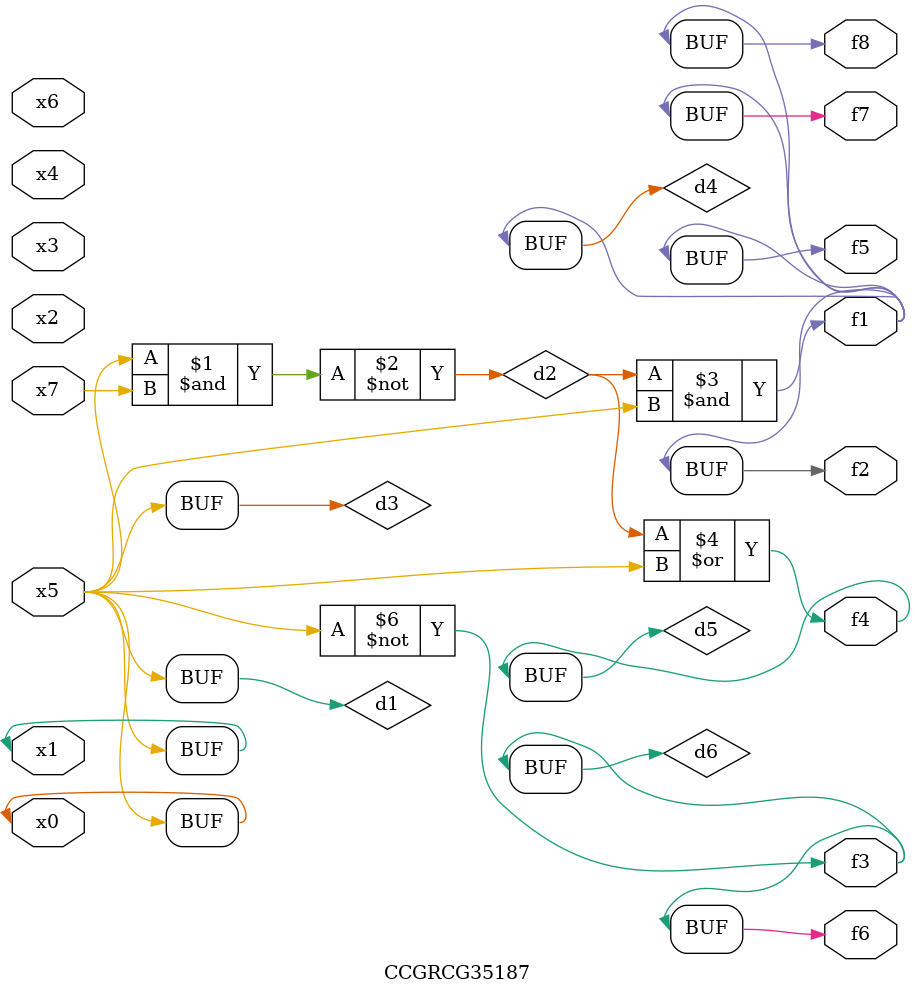
<source format=v>
module CCGRCG35187(
	input x0, x1, x2, x3, x4, x5, x6, x7,
	output f1, f2, f3, f4, f5, f6, f7, f8
);

	wire d1, d2, d3, d4, d5, d6;

	buf (d1, x0, x5);
	nand (d2, x5, x7);
	buf (d3, x0, x1);
	and (d4, d2, d3);
	or (d5, d2, d3);
	nor (d6, d1, d3);
	assign f1 = d4;
	assign f2 = d4;
	assign f3 = d6;
	assign f4 = d5;
	assign f5 = d4;
	assign f6 = d6;
	assign f7 = d4;
	assign f8 = d4;
endmodule

</source>
